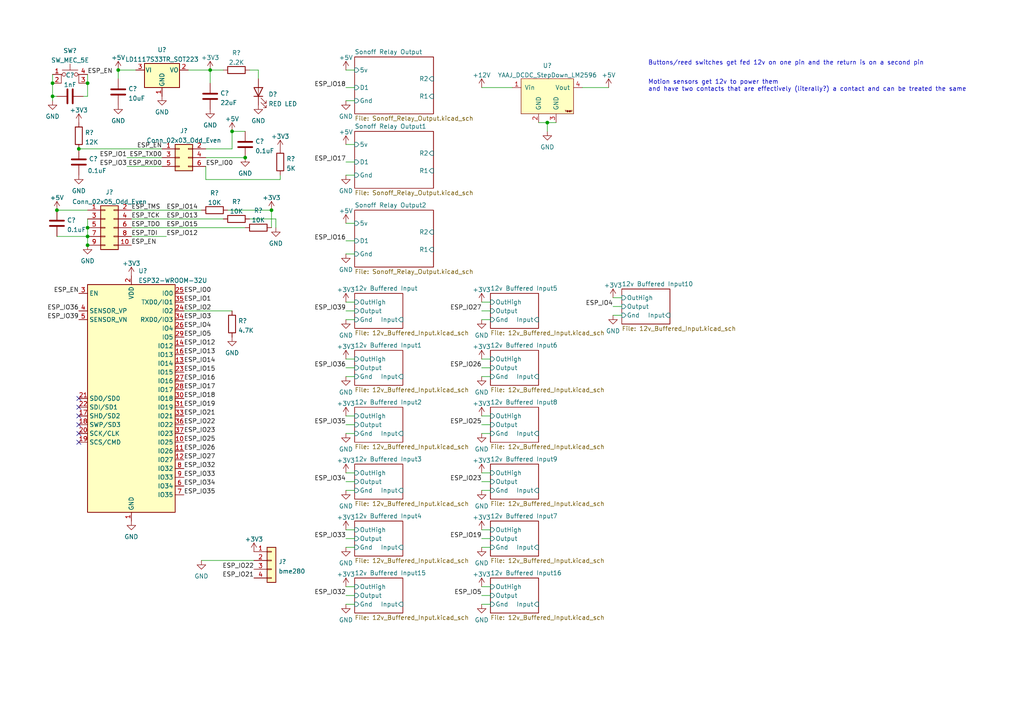
<source format=kicad_sch>
(kicad_sch (version 20211123) (generator eeschema)
  (paper "A4")
  (lib_symbols
    (symbol "Connector_Generic:Conn_01x04" (pin_names (offset 1.016) hide)
      (property "Reference" "J" (at 0 5.08 0))
      (property "Value" "Conn_01x04" (at 0 -7.62 0))
      (symbol "Conn_01x04_1_1"
        (rectangle (start -1.27 -4.953) (end 0 -5.207) (stroke (width 0.1524)))
        (rectangle (start -1.27 -2.413) (end 0 -2.667) (stroke (width 0.1524)))
        (rectangle (start -1.27 0.127) (end 0 -0.127) (stroke (width 0.1524)))
        (rectangle (start -1.27 2.667) (end 0 2.413) (stroke (width 0.1524)))
        (rectangle (start -1.27 3.81) (end 1.27 -6.35) (stroke (width 0.254)) (fill (type background)))
        (pin passive line (at -5.08 2.54 0) (length 3.81) (name "Pin_1") (number "1"))
        (pin passive line (at -5.08 0 0) (length 3.81) (name "Pin_2") (number "2"))
        (pin passive line (at -5.08 -2.54 0) (length 3.81) (name "Pin_3") (number "3"))
        (pin passive line (at -5.08 -5.08 0) (length 3.81) (name "Pin_4") (number "4"))
      )
    )
    (symbol "Connector_Generic:Conn_02x03_Odd_Even" (pin_names (offset 1.016) hide)
      (property "Reference" "J" (at 1.27 5.08 0))
      (property "Value" "Conn_02x03_Odd_Even" (at 1.27 -5.08 0))
      (symbol "Conn_02x03_Odd_Even_1_1"
        (rectangle (start -1.27 -2.413) (end 0 -2.667) (stroke (width 0.1524)))
        (rectangle (start -1.27 0.127) (end 0 -0.127) (stroke (width 0.1524)))
        (rectangle (start -1.27 2.667) (end 0 2.413) (stroke (width 0.1524)))
        (rectangle (start -1.27 3.81) (end 3.81 -3.81) (stroke (width 0.254)) (fill (type background)))
        (rectangle (start 3.81 -2.413) (end 2.54 -2.667) (stroke (width 0.1524)))
        (rectangle (start 3.81 0.127) (end 2.54 -0.127) (stroke (width 0.1524)))
        (rectangle (start 3.81 2.667) (end 2.54 2.413) (stroke (width 0.1524)))
        (pin passive line (at -5.08 2.54 0) (length 3.81) (name "Pin_1") (number "1"))
        (pin passive line (at 7.62 2.54 180) (length 3.81) (name "Pin_2") (number "2"))
        (pin passive line (at -5.08 0 0) (length 3.81) (name "Pin_3") (number "3"))
        (pin passive line (at 7.62 0 180) (length 3.81) (name "Pin_4") (number "4"))
        (pin passive line (at -5.08 -2.54 0) (length 3.81) (name "Pin_5") (number "5"))
        (pin passive line (at 7.62 -2.54 180) (length 3.81) (name "Pin_6") (number "6"))
      )
    )
    (symbol "Connector_Generic:Conn_02x05_Odd_Even" (pin_names (offset 1.016) hide)
      (property "Reference" "J" (at 1.27 7.62 0))
      (property "Value" "Conn_02x05_Odd_Even" (at 1.27 -7.62 0))
      (symbol "Conn_02x05_Odd_Even_1_1"
        (rectangle (start -1.27 -4.953) (end 0 -5.207) (stroke (width 0.1524)))
        (rectangle (start -1.27 -2.413) (end 0 -2.667) (stroke (width 0.1524)))
        (rectangle (start -1.27 0.127) (end 0 -0.127) (stroke (width 0.1524)))
        (rectangle (start -1.27 2.667) (end 0 2.413) (stroke (width 0.1524)))
        (rectangle (start -1.27 5.207) (end 0 4.953) (stroke (width 0.1524)))
        (rectangle (start -1.27 6.35) (end 3.81 -6.35) (stroke (width 0.254)) (fill (type background)))
        (rectangle (start 3.81 -4.953) (end 2.54 -5.207) (stroke (width 0.1524)))
        (rectangle (start 3.81 -2.413) (end 2.54 -2.667) (stroke (width 0.1524)))
        (rectangle (start 3.81 0.127) (end 2.54 -0.127) (stroke (width 0.1524)))
        (rectangle (start 3.81 2.667) (end 2.54 2.413) (stroke (width 0.1524)))
        (rectangle (start 3.81 5.207) (end 2.54 4.953) (stroke (width 0.1524)))
        (pin passive line (at -5.08 5.08 0) (length 3.81) (name "Pin_1") (number "1"))
        (pin passive line (at 7.62 -5.08 180) (length 3.81) (name "Pin_10") (number "10"))
        (pin passive line (at 7.62 5.08 180) (length 3.81) (name "Pin_2") (number "2"))
        (pin passive line (at -5.08 2.54 0) (length 3.81) (name "Pin_3") (number "3"))
        (pin passive line (at 7.62 2.54 180) (length 3.81) (name "Pin_4") (number "4"))
        (pin passive line (at -5.08 0 0) (length 3.81) (name "Pin_5") (number "5"))
        (pin passive line (at 7.62 0 180) (length 3.81) (name "Pin_6") (number "6"))
        (pin passive line (at -5.08 -2.54 0) (length 3.81) (name "Pin_7") (number "7"))
        (pin passive line (at 7.62 -2.54 180) (length 3.81) (name "Pin_8") (number "8"))
        (pin passive line (at -5.08 -5.08 0) (length 3.81) (name "Pin_9") (number "9"))
      )
    )
    (symbol "Device:C" (pin_numbers hide) (pin_names (offset 0.254))
      (property "Reference" "C" (at 0.635 2.54 0))
      (property "Value" "C" (at 0.635 -2.54 0))
      (symbol "C_0_1"
        (polyline (pts (xy -2.032 -0.762) (xy 2.032 -0.762)) (stroke (width 0.508)))
        (polyline (pts (xy -2.032 0.762) (xy 2.032 0.762)) (stroke (width 0.508)))
      )
      (symbol "C_1_1"
        (pin passive line (at 0 3.81 270) (length 2.794) (name "~") (number "1"))
        (pin passive line (at 0 -3.81 90) (length 2.794) (name "~") (number "2"))
      )
    )
    (symbol "Device:LED" (pin_numbers hide) (pin_names (offset 1.016) hide)
      (property "Reference" "D" (at 0 2.54 0))
      (property "Value" "LED" (at 0 -2.54 0))
      (symbol "LED_0_1"
        (polyline (pts (xy -1.27 -1.27) (xy -1.27 1.27)) (stroke (width 0.254)))
        (polyline (pts (xy -1.27 0) (xy 1.27 0)))
        (polyline (pts (xy 1.27 -1.27) (xy 1.27 1.27) (xy -1.27 0) (xy 1.27 -1.27)) (stroke (width 0.254)))
        (polyline (pts (xy -3.048 -0.762) (xy -4.572 -2.286) (xy -3.81 -2.286) (xy -4.572 -2.286) (xy -4.572 -1.524)))
        (polyline (pts (xy -1.778 -0.762) (xy -3.302 -2.286) (xy -2.54 -2.286) (xy -3.302 -2.286) (xy -3.302 -1.524)))
      )
      (symbol "LED_1_1"
        (pin passive line (at -3.81 0 0) (length 2.54) (name "K") (number "1"))
        (pin passive line (at 3.81 0 180) (length 2.54) (name "A") (number "2"))
      )
    )
    (symbol "Device:R" (pin_numbers hide) (pin_names (offset 0))
      (property "Reference" "R" (at 2.032 0 90))
      (property "Value" "R" (at 0 0 90))
      (symbol "R_0_1"
        (rectangle (start -1.016 -2.54) (end 1.016 2.54) (stroke (width 0.254)))
      )
      (symbol "R_1_1"
        (pin passive line (at 0 3.81 270) (length 1.27) (name "~") (number "1"))
        (pin passive line (at 0 -3.81 90) (length 1.27) (name "~") (number "2"))
      )
    )
    (symbol "Evan's misc parts:YAAJ_DCDC_StepDown_LM2596" (pin_names (offset 1.016))
      (property "Reference" "U" (at -5.08 6.35 0))
      (property "Value" "YAAJ_DCDC_StepDown_LM2596" (at 0 11.43 0))
      (symbol "YAAJ_DCDC_StepDown_LM2596_0_1"
        (rectangle (start -7.62 5.08) (end 7.62 -5.08) (fill (type background)))
      )
      (symbol "YAAJ_DCDC_StepDown_LM2596_1_1"
        (text "Y@@V" (at 6.1976 -4.2672 0) (effects (font (size 0.508 0.508))))
        (pin power_in line (at -10.16 2.54 0) (length 2.54) (name "Vin") (number "1"))
        (pin power_in line (at -2.54 -7.62 90) (length 2.54) (name "GND") (number "2"))
        (pin power_in line (at 2.54 -7.62 90) (length 2.54) (name "GND") (number "3"))
        (pin power_out line (at 10.16 2.54 180) (length 2.54) (name "Vout") (number "4"))
      )
    )
    (symbol "RF_Module:ESP32-WROOM-32U"
      (property "Reference" "U" (at -12.7 34.29 0))
      (property "Value" "ESP32-WROOM-32U" (at 1.27 34.29 0))
      (symbol "ESP32-WROOM-32U_0_1"
        (rectangle (start -12.7 33.02) (end 12.7 -33.02) (stroke (width 0.254)) (fill (type background)))
      )
      (symbol "ESP32-WROOM-32U_1_1"
        (pin power_in line (at 0 -35.56 90) (length 2.54) (name "GND") (number "1"))
        (pin bidirectional line (at 15.24 -12.7 180) (length 2.54) (name "IO25") (number "10"))
        (pin bidirectional line (at 15.24 -15.24 180) (length 2.54) (name "IO26") (number "11"))
        (pin bidirectional line (at 15.24 -17.78 180) (length 2.54) (name "IO27") (number "12"))
        (pin bidirectional line (at 15.24 10.16 180) (length 2.54) (name "IO14") (number "13"))
        (pin bidirectional line (at 15.24 15.24 180) (length 2.54) (name "IO12") (number "14"))
        (pin passive line (at 0 -35.56 90) (length 2.54) hide (name "GND") (number "15"))
        (pin bidirectional line (at 15.24 12.7 180) (length 2.54) (name "IO13") (number "16"))
        (pin bidirectional line (at -15.24 -5.08 0) (length 2.54) (name "SHD/SD2") (number "17"))
        (pin bidirectional line (at -15.24 -7.62 0) (length 2.54) (name "SWP/SD3") (number "18"))
        (pin bidirectional line (at -15.24 -12.7 0) (length 2.54) (name "SCS/CMD") (number "19"))
        (pin power_in line (at 0 35.56 270) (length 2.54) (name "VDD") (number "2"))
        (pin bidirectional line (at -15.24 -10.16 0) (length 2.54) (name "SCK/CLK") (number "20"))
        (pin bidirectional line (at -15.24 0 0) (length 2.54) (name "SDO/SD0") (number "21"))
        (pin bidirectional line (at -15.24 -2.54 0) (length 2.54) (name "SDI/SD1") (number "22"))
        (pin bidirectional line (at 15.24 7.62 180) (length 2.54) (name "IO15") (number "23"))
        (pin bidirectional line (at 15.24 25.4 180) (length 2.54) (name "IO2") (number "24"))
        (pin bidirectional line (at 15.24 30.48 180) (length 2.54) (name "IO0") (number "25"))
        (pin bidirectional line (at 15.24 20.32 180) (length 2.54) (name "IO4") (number "26"))
        (pin bidirectional line (at 15.24 5.08 180) (length 2.54) (name "IO16") (number "27"))
        (pin bidirectional line (at 15.24 2.54 180) (length 2.54) (name "IO17") (number "28"))
        (pin bidirectional line (at 15.24 17.78 180) (length 2.54) (name "IO5") (number "29"))
        (pin input line (at -15.24 30.48 0) (length 2.54) (name "EN") (number "3"))
        (pin bidirectional line (at 15.24 0 180) (length 2.54) (name "IO18") (number "30"))
        (pin bidirectional line (at 15.24 -2.54 180) (length 2.54) (name "IO19") (number "31"))
        (pin no_connect line (at -12.7 -27.94 0) (length 2.54) hide (name "NC") (number "32"))
        (pin bidirectional line (at 15.24 -5.08 180) (length 2.54) (name "IO21") (number "33"))
        (pin bidirectional line (at 15.24 22.86 180) (length 2.54) (name "RXD0/IO3") (number "34"))
        (pin bidirectional line (at 15.24 27.94 180) (length 2.54) (name "TXD0/IO1") (number "35"))
        (pin bidirectional line (at 15.24 -7.62 180) (length 2.54) (name "IO22") (number "36"))
        (pin bidirectional line (at 15.24 -10.16 180) (length 2.54) (name "IO23") (number "37"))
        (pin passive line (at 0 -35.56 90) (length 2.54) hide (name "GND") (number "38"))
        (pin passive line (at 0 -35.56 90) (length 2.54) hide (name "GND") (number "39"))
        (pin input line (at -15.24 25.4 0) (length 2.54) (name "SENSOR_VP") (number "4"))
        (pin input line (at -15.24 22.86 0) (length 2.54) (name "SENSOR_VN") (number "5"))
        (pin input line (at 15.24 -25.4 180) (length 2.54) (name "IO34") (number "6"))
        (pin input line (at 15.24 -27.94 180) (length 2.54) (name "IO35") (number "7"))
        (pin bidirectional line (at 15.24 -20.32 180) (length 2.54) (name "IO32") (number "8"))
        (pin bidirectional line (at 15.24 -22.86 180) (length 2.54) (name "IO33") (number "9"))
      )
    )
    (symbol "Regulator_Linear:LD1117S33TR_SOT223" (pin_names (offset 0.254))
      (property "Reference" "U" (at -3.81 3.175 0))
      (property "Value" "LD1117S33TR_SOT223" (at 0 3.175 0))
      (symbol "LD1117S33TR_SOT223_0_1"
        (rectangle (start -5.08 -5.08) (end 5.08 1.905) (stroke (width 0.254)) (fill (type background)))
      )
      (symbol "LD1117S33TR_SOT223_1_1"
        (pin power_in line (at 0 -7.62 90) (length 2.54) (name "GND") (number "1"))
        (pin power_out line (at 7.62 0 180) (length 2.54) (name "VO") (number "2"))
        (pin power_in line (at -7.62 0 0) (length 2.54) (name "VI") (number "3"))
      )
    )
    (symbol "Switch:SW_MEC_5E" (pin_names (offset 1.016) hide)
      (property "Reference" "SW" (at 0.635 5.715 0))
      (property "Value" "SW_MEC_5E" (at 0 -3.175 0))
      (symbol "SW_MEC_5E_0_1"
        (circle (center -1.778 2.54) (radius 0.508))
        (polyline (pts (xy -2.286 3.81) (xy 2.286 3.81)))
        (polyline (pts (xy 0 3.81) (xy 0 5.588)))
        (polyline (pts (xy -2.54 0) (xy -2.54 2.54) (xy -2.286 2.54)))
        (polyline (pts (xy 2.54 0) (xy 2.54 2.54) (xy 2.286 2.54)))
        (circle (center 1.778 2.54) (radius 0.508))
        (pin passive line (at -5.08 2.54 0) (length 2.54) (name "1") (number "1"))
        (pin passive line (at -5.08 0 0) (length 2.54) (name "2") (number "2"))
        (pin passive line (at 5.08 0 180) (length 2.54) (name "K") (number "3"))
        (pin passive line (at 5.08 2.54 180) (length 2.54) (name "A") (number "4"))
      )
    )
    (symbol "power:+12V" (power) (pin_names (offset 0))
      (property "Value" "+12V" (at 0 3.556 0))
      (symbol "+12V_0_1"
        (polyline (pts (xy -0.762 1.27) (xy 0 2.54)))
        (polyline (pts (xy 0 0) (xy 0 2.54)))
        (polyline (pts (xy 0 2.54) (xy 0.762 1.27)))
      )
      (symbol "+12V_1_1"
        (pin power_in line (at 0 0 90) (length 0) hide (name "+12V") (number "1"))
      )
    )
    (symbol "power:+3.3V" (power) (pin_names (offset 0))
      (property "Value" "+3.3V" (at 0 3.556 0))
      (symbol "+3.3V_0_1"
        (polyline (pts (xy -0.762 1.27) (xy 0 2.54)))
        (polyline (pts (xy 0 0) (xy 0 2.54)))
        (polyline (pts (xy 0 2.54) (xy 0.762 1.27)))
      )
      (symbol "+3.3V_1_1"
        (pin power_in line (at 0 0 90) (length 0) hide (name "+3V3") (number "1"))
      )
    )
    (symbol "power:+5V" (power) (pin_names (offset 0))
      (property "Value" "+5V" (at 0 3.556 0))
      (symbol "+5V_0_1"
        (polyline (pts (xy -0.762 1.27) (xy 0 2.54)))
        (polyline (pts (xy 0 0) (xy 0 2.54)))
        (polyline (pts (xy 0 2.54) (xy 0.762 1.27)))
      )
      (symbol "+5V_1_1"
        (pin power_in line (at 0 0 90) (length 0) hide (name "+5V") (number "1"))
      )
    )
    (symbol "power:GND" (power) (pin_names (offset 0))
      (property "Value" "GND" (at 0 -3.81 0))
      (symbol "GND_0_1"
        (polyline (pts (xy 0 0) (xy 0 -1.27) (xy 1.27 -1.27) (xy 0 -2.54) (xy -1.27 -1.27) (xy 0 -1.27)))
      )
      (symbol "GND_1_1"
        (pin power_in line (at 0 0 270) (length 0) hide (name "GND") (number "1"))
      )
    )
  )
  (junction (at 15.24 24.13))
  (junction (at 25.4 71.12))
  (junction (at 25.4 68.58))
  (junction (at 71.12 45.72))
  (junction (at 78.74 60.96))
  (junction (at 67.31 38.1))
  (junction (at 16.51 60.96))
  (junction (at 22.86 43.18))
  (junction (at 25.4 66.04))
  (junction (at 60.96 20.32))
  (junction (at 25.4 24.13))
  (junction (at 158.75 35.56))
  (junction (at 15.24 27.94))
  (junction (at 34.29 20.32))
  (no_connect (at 22.86 115.57))
  (no_connect (at 22.86 118.11))
  (no_connect (at 22.86 120.65))
  (no_connect (at 22.86 125.73))
  (no_connect (at 22.86 123.19))
  (no_connect (at 22.86 128.27))
  (wire (pts (xy 58.42 162.56) (xy 73.66 162.56)))
  (wire (pts (xy 38.1 63.5) (xy 64.77 63.5)))
  (wire (pts (xy 72.39 63.5) (xy 80.01 63.5)))
  (wire (pts (xy 139.7 104.14) (xy 142.24 104.14)))
  (wire (pts (xy 168.91 25.4) (xy 176.53 25.4)))
  (wire (pts (xy 139.7 137.16) (xy 142.24 137.16)))
  (wire (pts (xy 59.69 45.72) (xy 71.12 45.72)))
  (wire (pts (xy 100.33 46.99) (xy 102.87 46.99)))
  (wire (pts (xy 100.33 73.66) (xy 102.87 73.66)))
  (wire (pts (xy 139.7 142.24) (xy 142.24 142.24)))
  (wire (pts (xy 38.1 68.58) (xy 48.26 68.58)))
  (wire (pts (xy 25.4 27.94) (xy 25.4 24.13)))
  (wire (pts (xy 59.69 43.18) (xy 67.31 43.18)))
  (wire (pts (xy 139.7 175.26) (xy 142.24 175.26)))
  (wire (pts (xy 100.33 172.72) (xy 102.87 172.72)))
  (wire (pts (xy 59.69 48.26) (xy 59.69 52.07)))
  (wire (pts (xy 15.24 24.13) (xy 15.24 27.94)))
  (wire (pts (xy 54.61 20.32) (xy 60.96 20.32)))
  (wire (pts (xy 177.8 91.44) (xy 180.34 91.44)))
  (wire (pts (xy 100.33 92.71) (xy 102.87 92.71)))
  (wire (pts (xy 60.96 20.32) (xy 60.96 24.13)))
  (wire (pts (xy 66.04 60.96) (xy 78.74 60.96)))
  (wire (pts (xy 100.33 106.68) (xy 102.87 106.68)))
  (wire (pts (xy 59.69 52.07) (xy 81.28 52.07)))
  (wire (pts (xy 139.7 25.4) (xy 148.59 25.4)))
  (wire (pts (xy 67.31 43.18) (xy 67.31 38.1)))
  (wire (pts (xy 139.7 87.63) (xy 142.24 87.63)))
  (wire (pts (xy 177.8 88.9) (xy 180.34 88.9)))
  (wire (pts (xy 100.33 20.32) (xy 102.87 20.32)))
  (wire (pts (xy 15.24 21.59) (xy 15.24 24.13)))
  (wire (pts (xy 100.33 139.7) (xy 102.87 139.7)))
  (wire (pts (xy 100.33 158.75) (xy 102.87 158.75)))
  (wire (pts (xy 100.33 156.21) (xy 102.87 156.21)))
  (wire (pts (xy 100.33 25.4) (xy 102.87 25.4)))
  (wire (pts (xy 100.33 104.14) (xy 102.87 104.14)))
  (wire (pts (xy 64.77 20.32) (xy 60.96 20.32)))
  (wire (pts (xy 100.33 120.65) (xy 102.87 120.65)))
  (wire (pts (xy 100.33 29.21) (xy 102.87 29.21)))
  (wire (pts (xy 139.7 170.18) (xy 142.24 170.18)))
  (wire (pts (xy 22.86 43.18) (xy 46.99 43.18)))
  (wire (pts (xy 16.51 60.96) (xy 25.4 60.96)))
  (wire (pts (xy 139.7 92.71) (xy 142.24 92.71)))
  (wire (pts (xy 100.33 137.16) (xy 102.87 137.16)))
  (wire (pts (xy 156.21 35.56) (xy 158.75 35.56)))
  (wire (pts (xy 100.33 109.22) (xy 102.87 109.22)))
  (wire (pts (xy 100.33 123.19) (xy 102.87 123.19)))
  (wire (pts (xy 25.4 21.59) (xy 25.4 24.13)))
  (wire (pts (xy 53.34 90.17) (xy 67.31 90.17)))
  (wire (pts (xy 139.7 109.22) (xy 142.24 109.22)))
  (wire (pts (xy 67.31 38.1) (xy 71.12 38.1)))
  (wire (pts (xy 36.83 45.72) (xy 46.99 45.72)))
  (wire (pts (xy 38.1 60.96) (xy 58.42 60.96)))
  (wire (pts (xy 36.83 48.26) (xy 46.99 48.26)))
  (wire (pts (xy 100.33 90.17) (xy 102.87 90.17)))
  (wire (pts (xy 100.33 175.26) (xy 102.87 175.26)))
  (wire (pts (xy 24.13 27.94) (xy 25.4 27.94)))
  (wire (pts (xy 34.29 20.32) (xy 34.29 22.86)))
  (wire (pts (xy 139.7 123.19) (xy 142.24 123.19)))
  (wire (pts (xy 139.7 90.17) (xy 142.24 90.17)))
  (wire (pts (xy 177.8 86.36) (xy 180.34 86.36)))
  (wire (pts (xy 25.4 68.58) (xy 25.4 71.12)))
  (wire (pts (xy 158.75 35.56) (xy 158.75 38.1)))
  (wire (pts (xy 16.51 68.58) (xy 25.4 68.58)))
  (wire (pts (xy 158.75 35.56) (xy 161.29 35.56)))
  (wire (pts (xy 81.28 52.07) (xy 81.28 50.8)))
  (wire (pts (xy 25.4 66.04) (xy 25.4 68.58)))
  (wire (pts (xy 139.7 125.73) (xy 142.24 125.73)))
  (wire (pts (xy 139.7 156.21) (xy 142.24 156.21)))
  (wire (pts (xy 139.7 139.7) (xy 142.24 139.7)))
  (wire (pts (xy 139.7 120.65) (xy 142.24 120.65)))
  (wire (pts (xy 139.7 158.75) (xy 142.24 158.75)))
  (wire (pts (xy 100.33 125.73) (xy 102.87 125.73)))
  (wire (pts (xy 139.7 106.68) (xy 142.24 106.68)))
  (wire (pts (xy 139.7 172.72) (xy 142.24 172.72)))
  (wire (pts (xy 15.24 27.94) (xy 15.24 29.21)))
  (wire (pts (xy 100.33 87.63) (xy 102.87 87.63)))
  (wire (pts (xy 38.1 66.04) (xy 71.12 66.04)))
  (wire (pts (xy 39.37 20.32) (xy 34.29 20.32)))
  (wire (pts (xy 139.7 153.67) (xy 142.24 153.67)))
  (wire (pts (xy 100.33 50.8) (xy 102.87 50.8)))
  (wire (pts (xy 74.93 22.86) (xy 74.93 20.32)))
  (wire (pts (xy 100.33 41.91) (xy 102.87 41.91)))
  (wire (pts (xy 25.4 63.5) (xy 25.4 66.04)))
  (wire (pts (xy 100.33 170.18) (xy 102.87 170.18)))
  (wire (pts (xy 80.01 63.5) (xy 80.01 66.04)))
  (wire (pts (xy 78.74 60.96) (xy 78.74 66.04)))
  (wire (pts (xy 74.93 20.32) (xy 72.39 20.32)))
  (wire (pts (xy 100.33 153.67) (xy 102.87 153.67)))
  (wire (pts (xy 100.33 142.24) (xy 102.87 142.24)))
  (wire (pts (xy 100.33 64.77) (xy 102.87 64.77)))
  (wire (pts (xy 15.24 27.94) (xy 16.51 27.94)))
  (wire (pts (xy 100.33 69.85) (xy 102.87 69.85)))
  (text "Motion sensors get 12v to power them \nand have two contacts that are effectively (literally?) a contact and can be treated the same" (at 187.96 26.67 0) (effects (font (size 1.27 1.27)) (justify left bottom)))
  (text "Buttons/reed switches get fed 12v on one pin and the return is on a second pin" (at 187.96 19.05 0) (effects (font (size 1.27 1.27)) (justify left bottom)))
  (label "ESP_IO3" (at 53.34 92.71 0))
  (label "ESP_IO12" (at 53.34 100.33 0))
  (label "ESP_TCK" (at 38.1 63.5 0))
  (label "ESP_IO36" (at 100.33 106.68 180))
  (label "ESP_IO18" (at 100.33 25.4 180))
  (label "ESP_IO1" (at 53.34 87.63 0))
  (label "ESP_IO25" (at 139.7 123.19 180))
  (label "ESP_IO13" (at 53.34 102.87 0))
  (label "ESP_IO22" (at 53.34 123.19 0))
  (label "ESP_RXD0" (at 46.99 48.26 180))
  (label "ESP_IO0" (at 59.69 48.26 0))
  (label "ESP_IO32" (at 53.34 135.89 0))
  (label "ESP_IO27" (at 139.7 90.17 180))
  (label "ESP_IO23" (at 139.7 139.7 180))
  (label "ESP_IO27" (at 53.34 133.35 0))
  (label "ESP_IO16" (at 100.33 69.85 180))
  (label "ESP_IO12" (at 48.26 68.58 0))
  (label "ESP_EN" (at 25.4 21.59 0))
  (label "ESP_IO1" (at 36.83 45.72 180))
  (label "ESP_IO2" (at 53.34 90.17 0))
  (label "ESP_IO36" (at 22.86 90.17 180))
  (label "ESP_IO18" (at 53.34 115.57 0))
  (label "ESP_TDI" (at 38.1 68.58 0))
  (label "ESP_IO5" (at 139.7 172.72 180))
  (label "ESP_IO32" (at 100.33 172.72 180))
  (label "ESP_TXD0" (at 46.99 45.72 180))
  (label "ESP_IO21" (at 53.34 120.65 0))
  (label "ESP_IO34" (at 100.33 139.7 180))
  (label "ESP_IO34" (at 53.34 140.97 0))
  (label "ESP_IO16" (at 53.34 110.49 0))
  (label "ESP_TDO" (at 38.1 66.04 0))
  (label "ESP_IO22" (at 73.66 165.1 180))
  (label "ESP_IO14" (at 48.26 60.96 0))
  (label "ESP_IO5" (at 53.34 97.79 0))
  (label "ESP_IO19" (at 53.34 118.11 0))
  (label "ESP_IO39" (at 100.33 90.17 180))
  (label "ESP_IO15" (at 48.26 66.04 0))
  (label "ESP_IO33" (at 100.33 156.21 180))
  (label "ESP_IO39" (at 22.86 92.71 180))
  (label "ESP_IO17" (at 100.33 46.99 180))
  (label "ESP_TMS" (at 38.1 60.96 0))
  (label "ESP_IO14" (at 53.34 105.41 0))
  (label "ESP_IO19" (at 139.7 156.21 180))
  (label "ESP_IO26" (at 53.34 130.81 0))
  (label "ESP_IO17" (at 53.34 113.03 0))
  (label "ESP_IO35" (at 53.34 143.51 0))
  (label "ESP_IO0" (at 53.34 85.09 0))
  (label "ESP_IO26" (at 139.7 106.68 180))
  (label "ESP_EN" (at 46.99 43.18 180))
  (label "ESP_IO3" (at 36.83 48.26 180))
  (label "ESP_IO4" (at 53.34 95.25 0))
  (label "ESP_IO35" (at 100.33 123.19 180))
  (label "ESP_IO13" (at 48.26 63.5 0))
  (label "ESP_EN" (at 38.1 71.12 0))
  (label "ESP_IO15" (at 53.34 107.95 0))
  (label "ESP_EN" (at 22.86 85.09 180))
  (label "ESP_IO23" (at 53.34 125.73 0))
  (label "ESP_IO4" (at 177.8 88.9 180))
  (label "ESP_IO21" (at 73.66 167.64 180))
  (label "ESP_IO25" (at 53.34 128.27 0))
  (label "ESP_IO33" (at 53.34 138.43 0))
  (symbol (lib_id "power:GND") (at 22.86 50.8 0) (unit 1)
    (property "Reference" "#PWR?" (effects hide))
    (property "Value" "GND" (at 22.86 55.3625 0))
  )
  (symbol (lib_id "Device:C") (at 22.86 46.99 0) (unit 1)
    (property "Reference" "C?" (at 25.781 46.0815 0) (effects (justify left)))
    (property "Value" "0.1uF" (at 25.4 49.53 0) (effects (justify left)))
    (property "Footprint" "Capacitor_SMD:C_0603_1608Metric" (effects hide))
  )
  (symbol (lib_id "Switch:SW_MEC_5E") (at 20.32 24.13 0) (unit 1)
    (property "Reference" "SW?" (at 20.32 14.7025 0))
    (property "Value" "SW_MEC_5E" (at 20.32 17.4776 0))
    (property "Footprint" "Button_Switch_THT:SW_TH_Tactile_Omron_B3F-10xx" (effects hide))
    (property "Datasheet" "http://www.apem.com/int/index.php?controller=attachment&id_attachment=1371" (effects hide))
  )
  (symbol (lib_id "Evan's misc parts:YAAJ_DCDC_StepDown_LM2596") (at 158.75 27.94 0) (unit 1)
    (property "Reference" "U?" (at 158.75 19.0205 0))
    (property "Value" "YAAJ_DCDC_StepDown_LM2596" (at 158.75 21.7956 0))
  )
  (symbol (lib_id "power:GND") (at 58.42 162.56 0) (unit 1)
    (property "Reference" "#PWR?" (effects hide))
    (property "Value" "GND" (at 58.42 167.1225 0))
  )
  (symbol (lib_id "power:+5V") (at 16.51 60.96 0) (unit 1)
    (property "Reference" "#PWR?" (effects hide))
    (property "Value" "+5V" (at 16.51 57.3555 0))
  )
  (symbol (lib_id "power:+3.3V") (at 22.86 35.56 0) (unit 1)
    (property "Reference" "#PWR?" (effects hide))
    (property "Value" "+3.3V" (at 22.86 31.9555 0))
  )
  (symbol (lib_id "Regulator_Linear:LD1117S33TR_SOT223") (at 46.99 20.32 0) (unit 1)
    (property "Reference" "U?" (at 46.99 14.4485 0))
    (property "Value" "LD1117S33TR_SOT223" (at 46.99 17.2236 0))
    (property "Footprint" "Package_TO_SOT_SMD:SOT-223-3_TabPin2" (effects hide))
    (property "Datasheet" "http://www.st.com/st-web-ui/static/active/en/resource/technical/document/datasheet/CD00000544.pdf" (effects hide))
  )
  (symbol (lib_id "power:GND") (at 139.7 142.24 0) (unit 1)
    (property "Reference" "#PWR?" (effects hide))
    (property "Value" "GND" (at 139.7 146.8025 0))
  )
  (symbol (lib_id "power:+3.3V") (at 139.7 153.67 0) (unit 1)
    (property "Reference" "#PWR?" (effects hide))
    (property "Value" "+3.3V" (at 139.7 150.0655 0))
  )
  (symbol (lib_id "power:+3.3V") (at 73.66 160.02 0) (unit 1)
    (property "Reference" "#PWR?" (effects hide))
    (property "Value" "+3.3V" (at 73.66 156.4155 0))
  )
  (symbol (lib_id "power:GND") (at 15.24 29.21 0) (unit 1)
    (property "Reference" "#PWR?" (effects hide))
    (property "Value" "GND" (at 15.24 33.7725 0))
  )
  (symbol (lib_id "power:GND") (at 139.7 158.75 0) (unit 1)
    (property "Reference" "#PWR?" (effects hide))
    (property "Value" "GND" (at 139.7 163.3125 0))
  )
  (symbol (lib_id "power:+3.3V") (at 38.1 80.01 0) (unit 1)
    (property "Reference" "#PWR?" (effects hide))
    (property "Value" "+3.3V" (at 38.1 76.4055 0))
  )
  (symbol (lib_id "power:GND") (at 100.33 125.73 0) (unit 1)
    (property "Reference" "#PWR?" (effects hide))
    (property "Value" "GND" (at 100.33 130.2925 0))
  )
  (symbol (lib_id "Device:R") (at 81.28 46.99 0) (unit 1)
    (property "Reference" "R?" (at 83.058 46.0815 0) (effects (justify left)))
    (property "Value" "5K" (at 83.058 48.8566 0) (effects (justify left)))
    (property "Footprint" "Resistor_SMD:R_0603_1608Metric" (effects hide))
  )
  (symbol (lib_id "power:+3.3V") (at 139.7 104.14 0) (unit 1)
    (property "Reference" "#PWR?" (effects hide))
    (property "Value" "+3.3V" (at 139.7 100.5355 0))
  )
  (symbol (lib_id "power:+5V") (at 67.31 38.1 0) (unit 1)
    (property "Reference" "#PWR?" (effects hide))
    (property "Value" "+5V" (at 67.31 34.4955 0))
  )
  (symbol (lib_id "power:GND") (at 71.12 45.72 0) (unit 1)
    (property "Reference" "#PWR?" (effects hide))
    (property "Value" "GND" (at 71.12 50.2825 0))
  )
  (symbol (lib_id "power:GND") (at 60.96 31.75 0) (unit 1)
    (property "Reference" "#PWR?" (effects hide))
    (property "Value" "GND" (at 60.96 36.3125 0))
  )
  (symbol (lib_id "power:+3.3V") (at 100.33 104.14 0) (unit 1)
    (property "Reference" "#PWR?" (effects hide))
    (property "Value" "+3.3V" (at 100.33 100.5355 0))
  )
  (symbol (lib_id "power:GND") (at 34.29 30.48 0) (unit 1)
    (property "Reference" "#PWR?" (effects hide))
    (property "Value" "GND" (at 34.29 35.0425 0))
  )
  (symbol (lib_id "power:+3.3V") (at 100.33 137.16 0) (unit 1)
    (property "Reference" "#PWR?" (effects hide))
    (property "Value" "+3.3V" (at 100.33 133.5555 0))
  )
  (symbol (lib_id "power:+3.3V") (at 100.33 87.63 0) (unit 1)
    (property "Reference" "#PWR?" (effects hide))
    (property "Value" "+3.3V" (at 100.33 84.0255 0))
  )
  (symbol (lib_id "power:+5V") (at 100.33 20.32 0) (unit 1)
    (property "Reference" "#PWR?" (effects hide))
    (property "Value" "+5V" (at 100.33 16.7155 0))
  )
  (symbol (lib_id "power:+3.3V") (at 100.33 170.18 0) (unit 1)
    (property "Reference" "#PWR?" (effects hide))
    (property "Value" "+3.3V" (at 100.33 166.5755 0))
  )
  (symbol (lib_id "power:GND") (at 67.31 97.79 0) (unit 1)
    (property "Reference" "#PWR?" (effects hide))
    (property "Value" "GND" (at 67.31 102.3525 0))
  )
  (symbol (lib_id "Device:R") (at 22.86 39.37 0) (unit 1)
    (property "Reference" "R?" (at 24.638 38.4615 0) (effects (justify left)))
    (property "Value" "12K" (at 24.638 41.2366 0) (effects (justify left)))
    (property "Footprint" "Resistor_SMD:R_0603_1608Metric" (effects hide))
  )
  (symbol (lib_id "Device:C") (at 16.51 64.77 0) (unit 1)
    (property "Reference" "C?" (at 19.431 63.8615 0) (effects (justify left)))
    (property "Value" "0.1uF" (at 19.431 66.6366 0) (effects (justify left)))
    (property "Footprint" "Capacitor_SMD:C_0603_1608Metric" (effects hide))
  )
  (symbol (lib_id "power:GND") (at 158.75 38.1 0) (unit 1)
    (property "Reference" "#PWR?" (effects hide))
    (property "Value" "GND" (at 158.75 42.6625 0))
  )
  (symbol (lib_id "Device:C") (at 20.32 27.94 90) (unit 1)
    (property "Reference" "C?" (at 20.32 21.8145 90))
    (property "Value" "1nF" (at 20.32 24.5896 90))
    (property "Footprint" "Capacitor_SMD:C_0603_1608Metric" (effects hide))
  )
  (symbol (lib_id "power:GND") (at 80.01 66.04 0) (unit 1)
    (property "Reference" "#PWR?" (effects hide))
    (property "Value" "GND" (at 80.01 70.6025 0))
  )
  (symbol (lib_id "power:+3.3V") (at 177.8 86.36 0) (unit 1)
    (property "Reference" "#PWR?" (effects hide))
    (property "Value" "+3.3V" (at 177.8 82.7555 0))
  )
  (symbol (lib_id "power:GND") (at 139.7 125.73 0) (unit 1)
    (property "Reference" "#PWR?" (effects hide))
    (property "Value" "GND" (at 139.7 130.2925 0))
  )
  (symbol (lib_id "Device:C") (at 34.29 26.67 0) (unit 1)
    (property "Reference" "C?" (at 37.211 25.7615 0) (effects (justify left)))
    (property "Value" "10uF" (at 37.211 28.5366 0) (effects (justify left)))
    (property "Footprint" "Capacitor_THT:CP_Radial_D5.0mm_P2.00mm" (effects hide))
  )
  (symbol (lib_id "Connector_Generic:Conn_01x04") (at 78.74 162.56 0) (unit 1)
    (property "Reference" "J?" (at 80.772 162.9215 0) (effects (justify left)))
    (property "Value" "bme280" (at 80.772 165.6966 0) (effects (justify left)))
    (property "Footprint" "Connector_PinHeader_2.54mm:PinHeader_1x04_P2.54mm_Vertical" (effects hide))
  )
  (symbol (lib_id "power:GND") (at 100.33 142.24 0) (unit 1)
    (property "Reference" "#PWR?" (effects hide))
    (property "Value" "GND" (at 100.33 146.8025 0))
  )
  (symbol (lib_id "power:GND") (at 139.7 175.26 0) (unit 1)
    (property "Reference" "#PWR?" (effects hide))
    (property "Value" "GND" (at 139.7 179.8225 0))
  )
  (symbol (lib_id "RF_Module:ESP32-WROOM-32U") (at 38.1 115.57 0) (unit 1)
    (property "Reference" "U?" (at 40.1194 78.5835 0) (effects (justify left)))
    (property "Value" "ESP32-WROOM-32U" (at 40.1194 81.3586 0) (effects (justify left)))
    (property "Footprint" "RF_Module:ESP32-WROOM-32U" (effects hide))
    (property "Datasheet" "https://www.espressif.com/sites/default/files/documentation/esp32-wroom-32d_esp32-wroom-32u_datasheet_en.pdf" (effects hide))
  )
  (symbol (lib_id "power:GND") (at 38.1 151.13 0) (unit 1)
    (property "Reference" "#PWR?" (effects hide))
    (property "Value" "GND" (at 38.1 155.6925 0))
  )
  (symbol (lib_id "power:+3.3V") (at 139.7 120.65 0) (unit 1)
    (property "Reference" "#PWR?" (effects hide))
    (property "Value" "+3.3V" (at 139.7 117.0455 0))
  )
  (symbol (lib_id "power:GND") (at 177.8 91.44 0) (unit 1)
    (property "Reference" "#PWR?" (effects hide))
    (property "Value" "GND" (at 177.8 96.0025 0))
  )
  (symbol (lib_id "power:+3.3V") (at 60.96 20.32 0) (unit 1)
    (property "Reference" "#PWR?" (effects hide))
    (property "Value" "+3.3V" (at 60.96 16.7155 0))
  )
  (symbol (lib_id "Connector_Generic:Conn_02x03_Odd_Even") (at 52.07 45.72 0) (unit 1)
    (property "Reference" "J?" (at 53.34 37.9435 0))
    (property "Value" "Conn_02x03_Odd_Even" (at 53.34 40.7186 0))
    (property "Footprint" "Connector_IDC:IDC-Header_2x03_P2.54mm_Vertical" (effects hide))
  )
  (symbol (lib_id "Device:LED") (at 74.93 26.67 90) (unit 1)
    (property "Reference" "D?" (at 77.851 27.349 90) (effects (justify right)))
    (property "Value" "RED LED" (at 77.851 30.1241 90) (effects (justify right)))
    (property "Footprint" "LED_SMD:LED_0603_1608Metric" (effects hide))
  )
  (symbol (lib_id "Device:R") (at 67.31 93.98 0) (unit 1)
    (property "Reference" "R?" (at 69.088 93.0715 0) (effects (justify left)))
    (property "Value" "4.7K" (at 69.088 95.8466 0) (effects (justify left)))
    (property "Footprint" "Resistor_SMD:R_0603_1608Metric" (effects hide))
  )
  (symbol (lib_id "power:GND") (at 74.93 30.48 0) (unit 1)
    (property "Reference" "#PWR?" (effects hide))
    (property "Value" "GND" (at 74.93 35.0425 0))
  )
  (symbol (lib_id "power:GND") (at 100.33 50.8 0) (unit 1)
    (property "Reference" "#PWR?" (effects hide))
    (property "Value" "GND" (at 100.33 55.3625 0))
  )
  (symbol (lib_id "Device:R") (at 68.58 20.32 90) (unit 1)
    (property "Reference" "R?" (at 68.58 15.3375 90))
    (property "Value" "2.2K" (at 68.58 18.1126 90))
    (property "Footprint" "Resistor_SMD:R_0603_1608Metric" (effects hide))
  )
  (symbol (lib_id "power:+5V") (at 176.53 25.4 0) (unit 1)
    (property "Reference" "#PWR?" (effects hide))
    (property "Value" "+5V" (at 176.53 21.7955 0))
  )
  (symbol (lib_id "power:+5V") (at 100.33 41.91 0) (unit 1)
    (property "Reference" "#PWR?" (effects hide))
    (property "Value" "+5V" (at 100.33 38.3055 0))
  )
  (symbol (lib_id "Device:R") (at 74.93 66.04 90) (unit 1)
    (property "Reference" "R?" (at 74.93 61.0575 90))
    (property "Value" "10K" (at 74.93 63.8326 90))
    (property "Footprint" "Resistor_SMD:R_0603_1608Metric" (effects hide))
  )
  (symbol (lib_id "power:GND") (at 139.7 92.71 0) (unit 1)
    (property "Reference" "#PWR?" (effects hide))
    (property "Value" "GND" (at 139.7 97.2725 0))
  )
  (symbol (lib_id "Connector_Generic:Conn_02x05_Odd_Even") (at 30.48 66.04 0) (unit 1)
    (property "Reference" "J?" (at 31.75 55.7235 0))
    (property "Value" "Conn_02x05_Odd_Even" (at 31.75 58.4986 0))
    (property "Footprint" "Connector_IDC:IDC-Header_2x05_P2.54mm_Vertical" (effects hide))
  )
  (symbol (lib_id "power:+3.3V") (at 139.7 137.16 0) (unit 1)
    (property "Reference" "#PWR?" (effects hide))
    (property "Value" "+3.3V" (at 139.7 133.5555 0))
  )
  (symbol (lib_id "Device:C") (at 60.96 27.94 0) (unit 1)
    (property "Reference" "C?" (at 63.881 27.0315 0) (effects (justify left)))
    (property "Value" "22uF" (at 63.881 29.8066 0) (effects (justify left)))
    (property "Footprint" "Capacitor_THT:CP_Radial_D5.0mm_P2.00mm" (effects hide))
  )
  (symbol (lib_id "power:+3.3V") (at 139.7 170.18 0) (unit 1)
    (property "Reference" "#PWR?" (effects hide))
    (property "Value" "+3.3V" (at 139.7 166.5755 0))
  )
  (symbol (lib_id "power:GND") (at 100.33 175.26 0) (unit 1)
    (property "Reference" "#PWR?" (effects hide))
    (property "Value" "GND" (at 100.33 179.8225 0))
  )
  (symbol (lib_id "power:GND") (at 139.7 109.22 0) (unit 1)
    (property "Reference" "#PWR?" (effects hide))
    (property "Value" "GND" (at 139.7 113.7825 0))
  )
  (symbol (lib_id "power:GND") (at 100.33 29.21 0) (unit 1)
    (property "Reference" "#PWR?" (effects hide))
    (property "Value" "GND" (at 100.33 33.7725 0))
  )
  (symbol (lib_id "power:+3.3V") (at 78.74 60.96 0) (unit 1)
    (property "Reference" "#PWR?" (effects hide))
    (property "Value" "+3.3V" (at 78.74 57.3555 0))
  )
  (symbol (lib_id "power:+3.3V") (at 139.7 87.63 0) (unit 1)
    (property "Reference" "#PWR?" (effects hide))
    (property "Value" "+3.3V" (at 139.7 84.0255 0))
  )
  (symbol (lib_id "power:GND") (at 46.99 27.94 0) (unit 1)
    (property "Reference" "#PWR?" (effects hide))
    (property "Value" "GND" (at 46.99 32.5025 0))
  )
  (symbol (lib_id "power:+3.3V") (at 100.33 153.67 0) (unit 1)
    (property "Reference" "#PWR?" (effects hide))
    (property "Value" "+3.3V" (at 100.33 150.0655 0))
  )
  (symbol (lib_id "power:+12V") (at 139.7 25.4 0) (unit 1)
    (property "Reference" "#PWR?" (effects hide))
    (property "Value" "+12V" (at 139.7 21.7955 0))
  )
  (symbol (lib_id "power:GND") (at 100.33 73.66 0) (unit 1)
    (property "Reference" "#PWR?" (effects hide))
    (property "Value" "GND" (at 100.33 78.2225 0))
  )
  (symbol (lib_id "power:GND") (at 100.33 158.75 0) (unit 1)
    (property "Reference" "#PWR?" (effects hide))
    (property "Value" "GND" (at 100.33 163.3125 0))
  )
  (symbol (lib_id "Device:C") (at 71.12 41.91 0) (unit 1)
    (property "Reference" "C?" (at 74.041 41.0015 0) (effects (justify left)))
    (property "Value" "0.1uF" (at 74.041 43.7766 0) (effects (justify left)))
    (property "Footprint" "Capacitor_SMD:C_0603_1608Metric" (effects hide))
  )
  (symbol (lib_id "power:+5V") (at 34.29 20.32 0) (unit 1)
    (property "Reference" "#PWR?" (effects hide))
    (property "Value" "+5V" (at 34.29 16.7155 0))
  )
  (symbol (lib_id "power:GND") (at 100.33 92.71 0) (unit 1)
    (property "Reference" "#PWR?" (effects hide))
    (property "Value" "GND" (at 100.33 97.2725 0))
  )
  (symbol (lib_id "Device:R") (at 62.23 60.96 90) (unit 1)
    (property "Reference" "R?" (at 62.23 55.9775 90))
    (property "Value" "10K" (at 62.23 58.7526 90))
    (property "Footprint" "Resistor_SMD:R_0603_1608Metric" (effects hide))
  )
  (symbol (lib_id "power:+3.3V") (at 81.28 43.18 0) (unit 1)
    (property "Reference" "#PWR?" (effects hide))
    (property "Value" "+3.3V" (at 81.28 39.5755 0))
  )
  (symbol (lib_id "Device:R") (at 68.58 63.5 90) (unit 1)
    (property "Reference" "R?" (at 68.58 58.5175 90))
    (property "Value" "10K" (at 68.58 61.2926 90))
    (property "Footprint" "Resistor_SMD:R_0603_1608Metric" (effects hide))
  )
  (symbol (lib_id "power:+5V") (at 100.33 64.77 0) (unit 1)
    (property "Reference" "#PWR?" (effects hide))
    (property "Value" "+5V" (at 100.33 61.1655 0))
  )
  (symbol (lib_id "power:+3.3V") (at 100.33 120.65 0) (unit 1)
    (property "Reference" "#PWR?" (effects hide))
    (property "Value" "+3.3V" (at 100.33 117.0455 0))
  )
  (symbol (lib_id "power:GND") (at 100.33 109.22 0) (unit 1)
    (property "Reference" "#PWR?" (effects hide))
    (property "Value" "GND" (at 100.33 113.7825 0))
  )
  (symbol (lib_id "power:GND") (at 25.4 71.12 0) (unit 1)
    (property "Reference" "#PWR?" (effects hide))
    (property "Value" "GND" (at 25.4 75.6825 0))
  )
  (sheet (at 102.87 151.13) (size 13.97 10.16) (stroke (width 0.1524))
    (property "Sheet name" "12v Buffered Input4" (at 102.87 150.4184 0) (effects (justify left bottom)))
    (property "Sheet file" "12v_Buffered_Input.kicad_sch" (at 102.87 161.8746 0) (effects (justify left top)))
    (pin "Gnd" input (at 102.87 158.75 180))
    (pin "Output" input (at 102.87 156.21 180))
    (pin "OutHigh" input (at 102.87 153.67 180))
    (pin "Input" input (at 116.84 158.75 0))
  )
  (sheet (at 102.87 101.6) (size 13.97 10.16) (stroke (width 0.1524))
    (property "Sheet name" "12v Buffered Input1" (at 102.87 100.8884 0) (effects (justify left bottom)))
    (property "Sheet file" "12v_Buffered_Input.kicad_sch" (at 102.87 112.3446 0) (effects (justify left top)))
    (pin "Gnd" input (at 102.87 109.22 180))
    (pin "Output" input (at 102.87 106.68 180))
    (pin "OutHigh" input (at 102.87 104.14 180))
    (pin "Input" input (at 116.84 109.22 0))
  )
  (sheet (at 142.24 134.62) (size 13.97 10.16) (stroke (width 0.1524))
    (property "Sheet name" "12v Buffered Input9" (at 142.24 133.9084 0) (effects (justify left bottom)))
    (property "Sheet file" "12v_Buffered_Input.kicad_sch" (at 142.24 145.3646 0) (effects (justify left top)))
    (pin "Gnd" input (at 142.24 142.24 180))
    (pin "Output" input (at 142.24 139.7 180))
    (pin "OutHigh" input (at 142.24 137.16 180))
    (pin "Input" input (at 156.21 142.24 0))
  )
  (sheet (at 142.24 151.13) (size 13.97 10.16) (stroke (width 0.1524))
    (property "Sheet name" "12v Buffered Input7" (at 142.24 150.4184 0) (effects (justify left bottom)))
    (property "Sheet file" "12v_Buffered_Input.kicad_sch" (at 142.24 161.8746 0) (effects (justify left top)))
    (pin "Gnd" input (at 142.24 158.75 180))
    (pin "Output" input (at 142.24 156.21 180))
    (pin "OutHigh" input (at 142.24 153.67 180))
    (pin "Input" input (at 156.21 158.75 0))
  )
  (sheet (at 142.24 118.11) (size 13.97 10.16) (stroke (width 0.1524))
    (property "Sheet name" "12v Buffered Input8" (at 142.24 117.3984 0) (effects (justify left bottom)))
    (property "Sheet file" "12v_Buffered_Input.kicad_sch" (at 142.24 128.8546 0) (effects (justify left top)))
    (pin "Gnd" input (at 142.24 125.73 180))
    (pin "Output" input (at 142.24 123.19 180))
    (pin "OutHigh" input (at 142.24 120.65 180))
    (pin "Input" input (at 156.21 125.73 0))
  )
  (sheet (at 102.87 16.51) (size 22.86 16.51) (stroke (width 0.1524))
    (property "Sheet name" "Sonoff Relay Output" (at 102.87 15.7984 0) (effects (justify left bottom)))
    (property "Sheet file" "Sonoff_Relay_Output.kicad_sch" (at 102.87 33.6046 0) (effects (justify left top)))
    (pin "D1" input (at 102.87 25.4 180))
    (pin "R2" input (at 125.73 22.86 0))
    (pin "5v" input (at 102.87 20.32 180))
    (pin "R1" input (at 125.73 27.94 0))
    (pin "Gnd" input (at 102.87 29.21 180))
  )
  (sheet (at 102.87 167.64) (size 13.97 10.16) (stroke (width 0.1524))
    (property "Sheet name" "12v Buffered Input15" (at 102.87 166.9284 0) (effects (justify left bottom)))
    (property "Sheet file" "12v_Buffered_Input.kicad_sch" (at 102.87 178.3846 0) (effects (justify left top)))
    (pin "Gnd" input (at 102.87 175.26 180))
    (pin "Output" input (at 102.87 172.72 180))
    (pin "OutHigh" input (at 102.87 170.18 180))
    (pin "Input" input (at 116.84 175.26 0))
  )
  (sheet (at 102.87 85.09) (size 13.97 10.16) (stroke (width 0.1524))
    (property "Sheet name" "12v Buffered Input" (at 102.87 84.3784 0) (effects (justify left bottom)))
    (property "Sheet file" "12v_Buffered_Input.kicad_sch" (at 102.87 95.8346 0) (effects (justify left top)))
    (pin "Gnd" input (at 102.87 92.71 180))
    (pin "Output" input (at 102.87 90.17 180))
    (pin "OutHigh" input (at 102.87 87.63 180))
    (pin "Input" input (at 116.84 92.71 0))
  )
  (sheet (at 142.24 85.09) (size 13.97 10.16) (stroke (width 0.1524))
    (property "Sheet name" "12v Buffered Input5" (at 142.24 84.3784 0) (effects (justify left bottom)))
    (property "Sheet file" "12v_Buffered_Input.kicad_sch" (at 142.24 95.8346 0) (effects (justify left top)))
    (pin "Gnd" input (at 142.24 92.71 180))
    (pin "Output" input (at 142.24 90.17 180))
    (pin "OutHigh" input (at 142.24 87.63 180))
    (pin "Input" input (at 156.21 92.71 0))
  )
  (sheet (at 102.87 118.11) (size 13.97 10.16) (stroke (width 0.1524))
    (property "Sheet name" "12v Buffered Input2" (at 102.87 117.3984 0) (effects (justify left bottom)))
    (property "Sheet file" "12v_Buffered_Input.kicad_sch" (at 102.87 128.8546 0) (effects (justify left top)))
    (pin "Gnd" input (at 102.87 125.73 180))
    (pin "Output" input (at 102.87 123.19 180))
    (pin "OutHigh" input (at 102.87 120.65 180))
    (pin "Input" input (at 116.84 125.73 0))
  )
  (sheet (at 102.87 134.62) (size 13.97 10.16) (stroke (width 0.1524))
    (property "Sheet name" "12v Buffered Input3" (at 102.87 133.9084 0) (effects (justify left bottom)))
    (property "Sheet file" "12v_Buffered_Input.kicad_sch" (at 102.87 145.3646 0) (effects (justify left top)))
    (pin "Gnd" input (at 102.87 142.24 180))
    (pin "Output" input (at 102.87 139.7 180))
    (pin "OutHigh" input (at 102.87 137.16 180))
    (pin "Input" input (at 116.84 142.24 0))
  )
  (sheet (at 180.34 83.82) (size 13.97 10.16) (stroke (width 0.1524))
    (property "Sheet name" "12v Buffered Input10" (at 180.34 83.1084 0) (effects (justify left bottom)))
    (property "Sheet file" "12v_Buffered_Input.kicad_sch" (at 180.34 94.5646 0) (effects (justify left top)))
    (pin "Gnd" input (at 180.34 91.44 180))
    (pin "Output" input (at 180.34 88.9 180))
    (pin "OutHigh" input (at 180.34 86.36 180))
    (pin "Input" input (at 194.31 91.44 0))
  )
  (sheet (at 102.87 60.96) (size 22.86 16.51) (stroke (width 0.1524))
    (property "Sheet name" "Sonoff Relay Output2" (at 102.87 60.2484 0) (effects (justify left bottom)))
    (property "Sheet file" "Sonoff_Relay_Output.kicad_sch" (at 102.87 78.0546 0) (effects (justify left top)))
    (pin "D1" input (at 102.87 69.85 180))
    (pin "R2" input (at 125.73 67.31 0))
    (pin "5v" input (at 102.87 64.77 180))
    (pin "R1" input (at 125.73 72.39 0))
    (pin "Gnd" input (at 102.87 73.66 180))
  )
  (sheet (at 142.24 101.6) (size 13.97 10.16) (stroke (width 0.1524))
    (property "Sheet name" "12v Buffered Input6" (at 142.24 100.8884 0) (effects (justify left bottom)))
    (property "Sheet file" "12v_Buffered_Input.kicad_sch" (at 142.24 112.3446 0) (effects (justify left top)))
    (pin "Gnd" input (at 142.24 109.22 180))
    (pin "Output" input (at 142.24 106.68 180))
    (pin "OutHigh" input (at 142.24 104.14 180))
    (pin "Input" input (at 156.21 109.22 0))
  )
  (sheet (at 102.87 38.1) (size 22.86 16.51) (stroke (width 0.1524))
    (property "Sheet name" "Sonoff Relay Output1" (at 102.87 37.3884 0) (effects (justify left bottom)))
    (property "Sheet file" "Sonoff_Relay_Output.kicad_sch" (at 102.87 55.1946 0) (effects (justify left top)))
    (pin "D1" input (at 102.87 46.99 180))
    (pin "R2" input (at 125.73 44.45 0))
    (pin "5v" input (at 102.87 41.91 180))
    (pin "R1" input (at 125.73 49.53 0))
    (pin "Gnd" input (at 102.87 50.8 180))
  )
  (sheet (at 142.24 167.64) (size 13.97 10.16) (stroke (width 0.1524))
    (property "Sheet name" "12v Buffered Input16" (at 142.24 166.9284 0) (effects (justify left bottom)))
    (property "Sheet file" "12v_Buffered_Input.kicad_sch" (at 142.24 178.3846 0) (effects (justify left top)))
    (pin "Gnd" input (at 142.24 175.26 180))
    (pin "Output" input (at 142.24 172.72 180))
    (pin "OutHigh" input (at 142.24 170.18 180))
    (pin "Input" input (at 156.21 175.26 0))
  )
)
</source>
